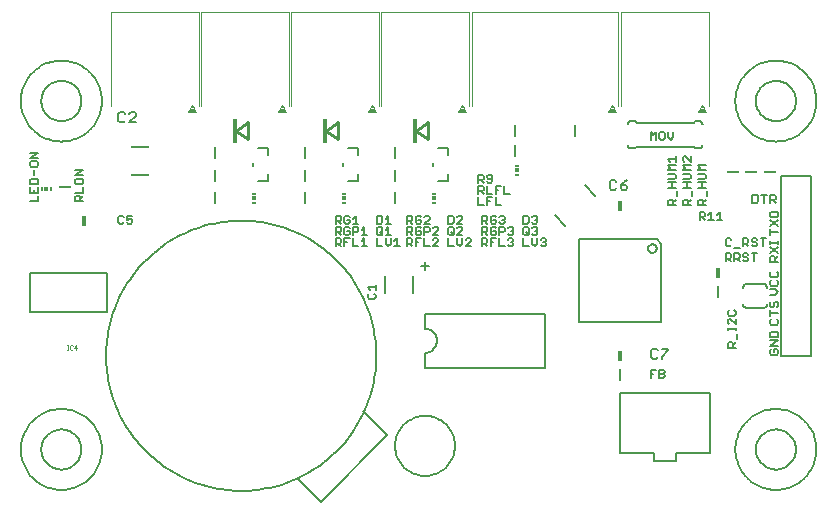
<source format=gto>
G75*
G70*
%OFA0B0*%
%FSLAX24Y24*%
%IPPOS*%
%LPD*%
%AMOC8*
5,1,8,0,0,1.08239X$1,22.5*
%
%ADD10C,0.0080*%
%ADD11C,0.0060*%
%ADD12C,0.0050*%
%ADD13R,0.0110X0.0390*%
%ADD14C,0.0100*%
%ADD15R,0.0118X0.0827*%
%ADD16R,0.0125X0.0375*%
%ADD17R,0.0063X0.0625*%
%ADD18R,0.0390X0.0110*%
%ADD19R,0.0118X0.0059*%
%ADD20R,0.0118X0.0118*%
%ADD21R,0.0059X0.0118*%
%ADD22C,0.0010*%
%ADD23C,0.0040*%
%ADD24R,0.0625X0.0063*%
D10*
X001349Y003954D02*
X001351Y004005D01*
X001357Y004056D01*
X001367Y004106D01*
X001380Y004156D01*
X001398Y004204D01*
X001418Y004251D01*
X001443Y004296D01*
X001471Y004339D01*
X001502Y004380D01*
X001536Y004418D01*
X001573Y004453D01*
X001612Y004486D01*
X001654Y004516D01*
X001698Y004542D01*
X001744Y004564D01*
X001792Y004584D01*
X001841Y004599D01*
X001891Y004611D01*
X001941Y004619D01*
X001992Y004623D01*
X002044Y004623D01*
X002095Y004619D01*
X002145Y004611D01*
X002195Y004599D01*
X002244Y004584D01*
X002292Y004564D01*
X002338Y004542D01*
X002382Y004516D01*
X002424Y004486D01*
X002463Y004453D01*
X002500Y004418D01*
X002534Y004380D01*
X002565Y004339D01*
X002593Y004296D01*
X002618Y004251D01*
X002638Y004204D01*
X002656Y004156D01*
X002669Y004106D01*
X002679Y004056D01*
X002685Y004005D01*
X002687Y003954D01*
X002685Y003903D01*
X002679Y003852D01*
X002669Y003802D01*
X002656Y003752D01*
X002638Y003704D01*
X002618Y003657D01*
X002593Y003612D01*
X002565Y003569D01*
X002534Y003528D01*
X002500Y003490D01*
X002463Y003455D01*
X002424Y003422D01*
X002382Y003392D01*
X002338Y003366D01*
X002292Y003344D01*
X002244Y003324D01*
X002195Y003309D01*
X002145Y003297D01*
X002095Y003289D01*
X002044Y003285D01*
X001992Y003285D01*
X001941Y003289D01*
X001891Y003297D01*
X001841Y003309D01*
X001792Y003324D01*
X001744Y003344D01*
X001698Y003366D01*
X001654Y003392D01*
X001612Y003422D01*
X001573Y003455D01*
X001536Y003490D01*
X001502Y003528D01*
X001471Y003569D01*
X001443Y003612D01*
X001418Y003657D01*
X001398Y003704D01*
X001380Y003752D01*
X001367Y003802D01*
X001357Y003852D01*
X001351Y003903D01*
X001349Y003954D01*
X000975Y008551D02*
X003555Y008551D01*
X003555Y009851D01*
X000975Y009851D01*
X000975Y008551D01*
X001349Y015568D02*
X001351Y015619D01*
X001357Y015670D01*
X001367Y015720D01*
X001380Y015770D01*
X001398Y015818D01*
X001418Y015865D01*
X001443Y015910D01*
X001471Y015953D01*
X001502Y015994D01*
X001536Y016032D01*
X001573Y016067D01*
X001612Y016100D01*
X001654Y016130D01*
X001698Y016156D01*
X001744Y016178D01*
X001792Y016198D01*
X001841Y016213D01*
X001891Y016225D01*
X001941Y016233D01*
X001992Y016237D01*
X002044Y016237D01*
X002095Y016233D01*
X002145Y016225D01*
X002195Y016213D01*
X002244Y016198D01*
X002292Y016178D01*
X002338Y016156D01*
X002382Y016130D01*
X002424Y016100D01*
X002463Y016067D01*
X002500Y016032D01*
X002534Y015994D01*
X002565Y015953D01*
X002593Y015910D01*
X002618Y015865D01*
X002638Y015818D01*
X002656Y015770D01*
X002669Y015720D01*
X002679Y015670D01*
X002685Y015619D01*
X002687Y015568D01*
X002685Y015517D01*
X002679Y015466D01*
X002669Y015416D01*
X002656Y015366D01*
X002638Y015318D01*
X002618Y015271D01*
X002593Y015226D01*
X002565Y015183D01*
X002534Y015142D01*
X002500Y015104D01*
X002463Y015069D01*
X002424Y015036D01*
X002382Y015006D01*
X002338Y014980D01*
X002292Y014958D01*
X002244Y014938D01*
X002195Y014923D01*
X002145Y014911D01*
X002095Y014903D01*
X002044Y014899D01*
X001992Y014899D01*
X001941Y014903D01*
X001891Y014911D01*
X001841Y014923D01*
X001792Y014938D01*
X001744Y014958D01*
X001698Y014980D01*
X001654Y015006D01*
X001612Y015036D01*
X001573Y015069D01*
X001536Y015104D01*
X001502Y015142D01*
X001471Y015183D01*
X001443Y015226D01*
X001418Y015271D01*
X001398Y015318D01*
X001380Y015366D01*
X001367Y015416D01*
X001357Y015466D01*
X001351Y015517D01*
X001349Y015568D01*
X014015Y010076D02*
X014265Y010076D01*
X014140Y010201D02*
X014140Y009951D01*
X018458Y011755D02*
X018820Y011394D01*
X019822Y012396D02*
X019460Y012758D01*
X024825Y009469D02*
X025455Y009469D01*
X025471Y009464D01*
X025487Y009456D01*
X025501Y009446D01*
X025513Y009434D01*
X025523Y009419D01*
X025530Y009403D01*
X025534Y009386D01*
X025535Y009369D01*
X025533Y009351D01*
X024825Y009469D02*
X024809Y009464D01*
X024793Y009456D01*
X024779Y009446D01*
X024767Y009434D01*
X024757Y009419D01*
X024750Y009403D01*
X024746Y009386D01*
X024745Y009369D01*
X024747Y009351D01*
X024747Y008800D02*
X024745Y008782D01*
X024746Y008765D01*
X024750Y008748D01*
X024757Y008732D01*
X024767Y008717D01*
X024779Y008705D01*
X024793Y008695D01*
X024809Y008687D01*
X024825Y008682D01*
X025455Y008682D01*
X025471Y008687D01*
X025487Y008695D01*
X025501Y008705D01*
X025513Y008717D01*
X025523Y008732D01*
X025530Y008748D01*
X025534Y008765D01*
X025535Y008782D01*
X025533Y008800D01*
X025168Y003954D02*
X025170Y004005D01*
X025176Y004056D01*
X025186Y004106D01*
X025199Y004156D01*
X025217Y004204D01*
X025237Y004251D01*
X025262Y004296D01*
X025290Y004339D01*
X025321Y004380D01*
X025355Y004418D01*
X025392Y004453D01*
X025431Y004486D01*
X025473Y004516D01*
X025517Y004542D01*
X025563Y004564D01*
X025611Y004584D01*
X025660Y004599D01*
X025710Y004611D01*
X025760Y004619D01*
X025811Y004623D01*
X025863Y004623D01*
X025914Y004619D01*
X025964Y004611D01*
X026014Y004599D01*
X026063Y004584D01*
X026111Y004564D01*
X026157Y004542D01*
X026201Y004516D01*
X026243Y004486D01*
X026282Y004453D01*
X026319Y004418D01*
X026353Y004380D01*
X026384Y004339D01*
X026412Y004296D01*
X026437Y004251D01*
X026457Y004204D01*
X026475Y004156D01*
X026488Y004106D01*
X026498Y004056D01*
X026504Y004005D01*
X026506Y003954D01*
X026504Y003903D01*
X026498Y003852D01*
X026488Y003802D01*
X026475Y003752D01*
X026457Y003704D01*
X026437Y003657D01*
X026412Y003612D01*
X026384Y003569D01*
X026353Y003528D01*
X026319Y003490D01*
X026282Y003455D01*
X026243Y003422D01*
X026201Y003392D01*
X026157Y003366D01*
X026111Y003344D01*
X026063Y003324D01*
X026014Y003309D01*
X025964Y003297D01*
X025914Y003289D01*
X025863Y003285D01*
X025811Y003285D01*
X025760Y003289D01*
X025710Y003297D01*
X025660Y003309D01*
X025611Y003324D01*
X025563Y003344D01*
X025517Y003366D01*
X025473Y003392D01*
X025431Y003422D01*
X025392Y003455D01*
X025355Y003490D01*
X025321Y003528D01*
X025290Y003569D01*
X025262Y003612D01*
X025237Y003657D01*
X025217Y003704D01*
X025199Y003752D01*
X025186Y003802D01*
X025176Y003852D01*
X025170Y003903D01*
X025168Y003954D01*
X025168Y015568D02*
X025170Y015619D01*
X025176Y015670D01*
X025186Y015720D01*
X025199Y015770D01*
X025217Y015818D01*
X025237Y015865D01*
X025262Y015910D01*
X025290Y015953D01*
X025321Y015994D01*
X025355Y016032D01*
X025392Y016067D01*
X025431Y016100D01*
X025473Y016130D01*
X025517Y016156D01*
X025563Y016178D01*
X025611Y016198D01*
X025660Y016213D01*
X025710Y016225D01*
X025760Y016233D01*
X025811Y016237D01*
X025863Y016237D01*
X025914Y016233D01*
X025964Y016225D01*
X026014Y016213D01*
X026063Y016198D01*
X026111Y016178D01*
X026157Y016156D01*
X026201Y016130D01*
X026243Y016100D01*
X026282Y016067D01*
X026319Y016032D01*
X026353Y015994D01*
X026384Y015953D01*
X026412Y015910D01*
X026437Y015865D01*
X026457Y015818D01*
X026475Y015770D01*
X026488Y015720D01*
X026498Y015670D01*
X026504Y015619D01*
X026506Y015568D01*
X026504Y015517D01*
X026498Y015466D01*
X026488Y015416D01*
X026475Y015366D01*
X026457Y015318D01*
X026437Y015271D01*
X026412Y015226D01*
X026384Y015183D01*
X026353Y015142D01*
X026319Y015104D01*
X026282Y015069D01*
X026243Y015036D01*
X026201Y015006D01*
X026157Y014980D01*
X026111Y014958D01*
X026063Y014938D01*
X026014Y014923D01*
X025964Y014911D01*
X025914Y014903D01*
X025863Y014899D01*
X025811Y014899D01*
X025760Y014903D01*
X025710Y014911D01*
X025660Y014923D01*
X025611Y014938D01*
X025563Y014958D01*
X025517Y014980D01*
X025473Y015006D01*
X025431Y015036D01*
X025392Y015069D01*
X025355Y015104D01*
X025321Y015142D01*
X025290Y015183D01*
X025262Y015226D01*
X025237Y015271D01*
X025217Y015318D01*
X025199Y015366D01*
X025186Y015416D01*
X025176Y015466D01*
X025170Y015517D01*
X025168Y015568D01*
D11*
X024487Y015568D02*
X024489Y015641D01*
X024495Y015714D01*
X024505Y015786D01*
X024519Y015858D01*
X024536Y015929D01*
X024558Y015999D01*
X024583Y016068D01*
X024612Y016135D01*
X024644Y016200D01*
X024680Y016264D01*
X024720Y016326D01*
X024762Y016385D01*
X024808Y016442D01*
X024857Y016496D01*
X024909Y016548D01*
X024963Y016597D01*
X025020Y016643D01*
X025079Y016685D01*
X025141Y016725D01*
X025205Y016761D01*
X025270Y016793D01*
X025337Y016822D01*
X025406Y016847D01*
X025476Y016869D01*
X025547Y016886D01*
X025619Y016900D01*
X025691Y016910D01*
X025764Y016916D01*
X025837Y016918D01*
X025910Y016916D01*
X025983Y016910D01*
X026055Y016900D01*
X026127Y016886D01*
X026198Y016869D01*
X026268Y016847D01*
X026337Y016822D01*
X026404Y016793D01*
X026469Y016761D01*
X026533Y016725D01*
X026595Y016685D01*
X026654Y016643D01*
X026711Y016597D01*
X026765Y016548D01*
X026817Y016496D01*
X026866Y016442D01*
X026912Y016385D01*
X026954Y016326D01*
X026994Y016264D01*
X027030Y016200D01*
X027062Y016135D01*
X027091Y016068D01*
X027116Y015999D01*
X027138Y015929D01*
X027155Y015858D01*
X027169Y015786D01*
X027179Y015714D01*
X027185Y015641D01*
X027187Y015568D01*
X027185Y015495D01*
X027179Y015422D01*
X027169Y015350D01*
X027155Y015278D01*
X027138Y015207D01*
X027116Y015137D01*
X027091Y015068D01*
X027062Y015001D01*
X027030Y014936D01*
X026994Y014872D01*
X026954Y014810D01*
X026912Y014751D01*
X026866Y014694D01*
X026817Y014640D01*
X026765Y014588D01*
X026711Y014539D01*
X026654Y014493D01*
X026595Y014451D01*
X026533Y014411D01*
X026469Y014375D01*
X026404Y014343D01*
X026337Y014314D01*
X026268Y014289D01*
X026198Y014267D01*
X026127Y014250D01*
X026055Y014236D01*
X025983Y014226D01*
X025910Y014220D01*
X025837Y014218D01*
X025764Y014220D01*
X025691Y014226D01*
X025619Y014236D01*
X025547Y014250D01*
X025476Y014267D01*
X025406Y014289D01*
X025337Y014314D01*
X025270Y014343D01*
X025205Y014375D01*
X025141Y014411D01*
X025079Y014451D01*
X025020Y014493D01*
X024963Y014539D01*
X024909Y014588D01*
X024857Y014640D01*
X024808Y014694D01*
X024762Y014751D01*
X024720Y014810D01*
X024680Y014872D01*
X024644Y014936D01*
X024612Y015001D01*
X024583Y015068D01*
X024558Y015137D01*
X024536Y015207D01*
X024519Y015278D01*
X024505Y015350D01*
X024495Y015422D01*
X024489Y015495D01*
X024487Y015568D01*
X023290Y014901D02*
X023140Y014901D01*
X023090Y014851D01*
X021190Y014851D01*
X021140Y014901D01*
X020990Y014901D01*
X020973Y014899D01*
X020956Y014895D01*
X020940Y014888D01*
X020926Y014878D01*
X020913Y014865D01*
X020903Y014851D01*
X020896Y014835D01*
X020892Y014818D01*
X020890Y014801D01*
X020890Y014101D02*
X020892Y014084D01*
X020896Y014067D01*
X020903Y014051D01*
X020913Y014037D01*
X020926Y014024D01*
X020940Y014014D01*
X020956Y014007D01*
X020973Y014003D01*
X020990Y014001D01*
X021140Y014001D01*
X021190Y014051D01*
X023090Y014051D01*
X023140Y014001D01*
X023290Y014001D01*
X023307Y014003D01*
X023324Y014007D01*
X023340Y014014D01*
X023354Y014024D01*
X023367Y014037D01*
X023377Y014051D01*
X023384Y014067D01*
X023388Y014084D01*
X023390Y014101D01*
X023390Y014801D02*
X023388Y014818D01*
X023384Y014835D01*
X023377Y014851D01*
X023367Y014865D01*
X023354Y014878D01*
X023340Y014888D01*
X023324Y014895D01*
X023307Y014899D01*
X023290Y014901D01*
X020880Y012940D02*
X020769Y012884D01*
X020658Y012773D01*
X020825Y012773D01*
X020880Y012717D01*
X020880Y012661D01*
X020825Y012606D01*
X020713Y012606D01*
X020658Y012661D01*
X020658Y012773D01*
X020518Y012884D02*
X020462Y012940D01*
X020351Y012940D01*
X020295Y012884D01*
X020295Y012661D01*
X020351Y012606D01*
X020462Y012606D01*
X020518Y012661D01*
X019260Y010956D02*
X021880Y010956D01*
X022020Y010816D01*
X022020Y008196D01*
X019260Y008196D01*
X019260Y010956D01*
X021579Y010656D02*
X021581Y010679D01*
X021587Y010702D01*
X021596Y010723D01*
X021609Y010743D01*
X021625Y010760D01*
X021643Y010774D01*
X021663Y010785D01*
X021685Y010793D01*
X021708Y010797D01*
X021732Y010797D01*
X021755Y010793D01*
X021777Y010785D01*
X021797Y010774D01*
X021815Y010760D01*
X021831Y010743D01*
X021844Y010723D01*
X021853Y010702D01*
X021859Y010679D01*
X021861Y010656D01*
X021859Y010633D01*
X021853Y010610D01*
X021844Y010589D01*
X021831Y010569D01*
X021815Y010552D01*
X021797Y010538D01*
X021777Y010527D01*
X021755Y010519D01*
X021732Y010515D01*
X021708Y010515D01*
X021685Y010519D01*
X021663Y010527D01*
X021643Y010538D01*
X021625Y010552D01*
X021609Y010569D01*
X021596Y010589D01*
X021587Y010610D01*
X021581Y010633D01*
X021579Y010656D01*
X018140Y008476D02*
X018140Y006676D01*
X014140Y006676D01*
X014140Y007176D01*
X014179Y007178D01*
X014218Y007184D01*
X014256Y007193D01*
X014293Y007206D01*
X014329Y007223D01*
X014362Y007243D01*
X014394Y007267D01*
X014423Y007293D01*
X014449Y007322D01*
X014473Y007354D01*
X014493Y007387D01*
X014510Y007423D01*
X014523Y007460D01*
X014532Y007498D01*
X014538Y007537D01*
X014540Y007576D01*
X014538Y007615D01*
X014532Y007654D01*
X014523Y007692D01*
X014510Y007729D01*
X014493Y007765D01*
X014473Y007798D01*
X014449Y007830D01*
X014423Y007859D01*
X014394Y007885D01*
X014362Y007909D01*
X014329Y007929D01*
X014293Y007946D01*
X014256Y007959D01*
X014218Y007968D01*
X014179Y007974D01*
X014140Y007976D01*
X014140Y008476D01*
X018140Y008476D01*
X021670Y007259D02*
X021670Y007036D01*
X021726Y006981D01*
X021837Y006981D01*
X021893Y007036D01*
X022033Y007036D02*
X022255Y007259D01*
X022255Y007315D01*
X022033Y007315D01*
X021893Y007259D02*
X021837Y007315D01*
X021726Y007315D01*
X021670Y007259D01*
X022033Y007036D02*
X022033Y006981D01*
X024487Y003954D02*
X024489Y004027D01*
X024495Y004100D01*
X024505Y004172D01*
X024519Y004244D01*
X024536Y004315D01*
X024558Y004385D01*
X024583Y004454D01*
X024612Y004521D01*
X024644Y004586D01*
X024680Y004650D01*
X024720Y004712D01*
X024762Y004771D01*
X024808Y004828D01*
X024857Y004882D01*
X024909Y004934D01*
X024963Y004983D01*
X025020Y005029D01*
X025079Y005071D01*
X025141Y005111D01*
X025205Y005147D01*
X025270Y005179D01*
X025337Y005208D01*
X025406Y005233D01*
X025476Y005255D01*
X025547Y005272D01*
X025619Y005286D01*
X025691Y005296D01*
X025764Y005302D01*
X025837Y005304D01*
X025910Y005302D01*
X025983Y005296D01*
X026055Y005286D01*
X026127Y005272D01*
X026198Y005255D01*
X026268Y005233D01*
X026337Y005208D01*
X026404Y005179D01*
X026469Y005147D01*
X026533Y005111D01*
X026595Y005071D01*
X026654Y005029D01*
X026711Y004983D01*
X026765Y004934D01*
X026817Y004882D01*
X026866Y004828D01*
X026912Y004771D01*
X026954Y004712D01*
X026994Y004650D01*
X027030Y004586D01*
X027062Y004521D01*
X027091Y004454D01*
X027116Y004385D01*
X027138Y004315D01*
X027155Y004244D01*
X027169Y004172D01*
X027179Y004100D01*
X027185Y004027D01*
X027187Y003954D01*
X027185Y003881D01*
X027179Y003808D01*
X027169Y003736D01*
X027155Y003664D01*
X027138Y003593D01*
X027116Y003523D01*
X027091Y003454D01*
X027062Y003387D01*
X027030Y003322D01*
X026994Y003258D01*
X026954Y003196D01*
X026912Y003137D01*
X026866Y003080D01*
X026817Y003026D01*
X026765Y002974D01*
X026711Y002925D01*
X026654Y002879D01*
X026595Y002837D01*
X026533Y002797D01*
X026469Y002761D01*
X026404Y002729D01*
X026337Y002700D01*
X026268Y002675D01*
X026198Y002653D01*
X026127Y002636D01*
X026055Y002622D01*
X025983Y002612D01*
X025910Y002606D01*
X025837Y002604D01*
X025764Y002606D01*
X025691Y002612D01*
X025619Y002622D01*
X025547Y002636D01*
X025476Y002653D01*
X025406Y002675D01*
X025337Y002700D01*
X025270Y002729D01*
X025205Y002761D01*
X025141Y002797D01*
X025079Y002837D01*
X025020Y002879D01*
X024963Y002925D01*
X024909Y002974D01*
X024857Y003026D01*
X024808Y003080D01*
X024762Y003137D01*
X024720Y003196D01*
X024680Y003258D01*
X024644Y003322D01*
X024612Y003387D01*
X024583Y003454D01*
X024558Y003523D01*
X024536Y003593D01*
X024519Y003664D01*
X024505Y003736D01*
X024495Y003808D01*
X024489Y003881D01*
X024487Y003954D01*
X014890Y012888D02*
X014578Y012888D01*
X014890Y012888D02*
X014890Y013138D01*
X014390Y013388D02*
X014390Y013513D01*
X014578Y014013D02*
X014890Y014013D01*
X014890Y013763D01*
X011890Y013763D02*
X011890Y014013D01*
X011578Y014013D01*
X011390Y013513D02*
X011390Y013388D01*
X011890Y013138D02*
X011890Y012888D01*
X011578Y012888D01*
X008890Y012888D02*
X008890Y013138D01*
X008890Y012888D02*
X008578Y012888D01*
X008390Y013388D02*
X008390Y013513D01*
X008578Y014013D02*
X008890Y014013D01*
X008890Y013763D01*
X004515Y014856D02*
X004288Y014856D01*
X004515Y015082D01*
X004515Y015139D01*
X004458Y015196D01*
X004345Y015196D01*
X004288Y015139D01*
X004147Y015139D02*
X004090Y015196D01*
X003977Y015196D01*
X003920Y015139D01*
X003920Y014912D01*
X003977Y014856D01*
X004090Y014856D01*
X004147Y014912D01*
X000668Y015568D02*
X000670Y015641D01*
X000676Y015714D01*
X000686Y015786D01*
X000700Y015858D01*
X000717Y015929D01*
X000739Y015999D01*
X000764Y016068D01*
X000793Y016135D01*
X000825Y016200D01*
X000861Y016264D01*
X000901Y016326D01*
X000943Y016385D01*
X000989Y016442D01*
X001038Y016496D01*
X001090Y016548D01*
X001144Y016597D01*
X001201Y016643D01*
X001260Y016685D01*
X001322Y016725D01*
X001386Y016761D01*
X001451Y016793D01*
X001518Y016822D01*
X001587Y016847D01*
X001657Y016869D01*
X001728Y016886D01*
X001800Y016900D01*
X001872Y016910D01*
X001945Y016916D01*
X002018Y016918D01*
X002091Y016916D01*
X002164Y016910D01*
X002236Y016900D01*
X002308Y016886D01*
X002379Y016869D01*
X002449Y016847D01*
X002518Y016822D01*
X002585Y016793D01*
X002650Y016761D01*
X002714Y016725D01*
X002776Y016685D01*
X002835Y016643D01*
X002892Y016597D01*
X002946Y016548D01*
X002998Y016496D01*
X003047Y016442D01*
X003093Y016385D01*
X003135Y016326D01*
X003175Y016264D01*
X003211Y016200D01*
X003243Y016135D01*
X003272Y016068D01*
X003297Y015999D01*
X003319Y015929D01*
X003336Y015858D01*
X003350Y015786D01*
X003360Y015714D01*
X003366Y015641D01*
X003368Y015568D01*
X003366Y015495D01*
X003360Y015422D01*
X003350Y015350D01*
X003336Y015278D01*
X003319Y015207D01*
X003297Y015137D01*
X003272Y015068D01*
X003243Y015001D01*
X003211Y014936D01*
X003175Y014872D01*
X003135Y014810D01*
X003093Y014751D01*
X003047Y014694D01*
X002998Y014640D01*
X002946Y014588D01*
X002892Y014539D01*
X002835Y014493D01*
X002776Y014451D01*
X002714Y014411D01*
X002650Y014375D01*
X002585Y014343D01*
X002518Y014314D01*
X002449Y014289D01*
X002379Y014267D01*
X002308Y014250D01*
X002236Y014236D01*
X002164Y014226D01*
X002091Y014220D01*
X002018Y014218D01*
X001945Y014220D01*
X001872Y014226D01*
X001800Y014236D01*
X001728Y014250D01*
X001657Y014267D01*
X001587Y014289D01*
X001518Y014314D01*
X001451Y014343D01*
X001386Y014375D01*
X001322Y014411D01*
X001260Y014451D01*
X001201Y014493D01*
X001144Y014539D01*
X001090Y014588D01*
X001038Y014640D01*
X000989Y014694D01*
X000943Y014751D01*
X000901Y014810D01*
X000861Y014872D01*
X000825Y014936D01*
X000793Y015001D01*
X000764Y015068D01*
X000739Y015137D01*
X000717Y015207D01*
X000700Y015278D01*
X000686Y015350D01*
X000676Y015422D01*
X000670Y015495D01*
X000668Y015568D01*
X000668Y003954D02*
X000670Y004027D01*
X000676Y004100D01*
X000686Y004172D01*
X000700Y004244D01*
X000717Y004315D01*
X000739Y004385D01*
X000764Y004454D01*
X000793Y004521D01*
X000825Y004586D01*
X000861Y004650D01*
X000901Y004712D01*
X000943Y004771D01*
X000989Y004828D01*
X001038Y004882D01*
X001090Y004934D01*
X001144Y004983D01*
X001201Y005029D01*
X001260Y005071D01*
X001322Y005111D01*
X001386Y005147D01*
X001451Y005179D01*
X001518Y005208D01*
X001587Y005233D01*
X001657Y005255D01*
X001728Y005272D01*
X001800Y005286D01*
X001872Y005296D01*
X001945Y005302D01*
X002018Y005304D01*
X002091Y005302D01*
X002164Y005296D01*
X002236Y005286D01*
X002308Y005272D01*
X002379Y005255D01*
X002449Y005233D01*
X002518Y005208D01*
X002585Y005179D01*
X002650Y005147D01*
X002714Y005111D01*
X002776Y005071D01*
X002835Y005029D01*
X002892Y004983D01*
X002946Y004934D01*
X002998Y004882D01*
X003047Y004828D01*
X003093Y004771D01*
X003135Y004712D01*
X003175Y004650D01*
X003211Y004586D01*
X003243Y004521D01*
X003272Y004454D01*
X003297Y004385D01*
X003319Y004315D01*
X003336Y004244D01*
X003350Y004172D01*
X003360Y004100D01*
X003366Y004027D01*
X003368Y003954D01*
X003366Y003881D01*
X003360Y003808D01*
X003350Y003736D01*
X003336Y003664D01*
X003319Y003593D01*
X003297Y003523D01*
X003272Y003454D01*
X003243Y003387D01*
X003211Y003322D01*
X003175Y003258D01*
X003135Y003196D01*
X003093Y003137D01*
X003047Y003080D01*
X002998Y003026D01*
X002946Y002974D01*
X002892Y002925D01*
X002835Y002879D01*
X002776Y002837D01*
X002714Y002797D01*
X002650Y002761D01*
X002585Y002729D01*
X002518Y002700D01*
X002449Y002675D01*
X002379Y002653D01*
X002308Y002636D01*
X002236Y002622D01*
X002164Y002612D01*
X002091Y002606D01*
X002018Y002604D01*
X001945Y002606D01*
X001872Y002612D01*
X001800Y002622D01*
X001728Y002636D01*
X001657Y002653D01*
X001587Y002675D01*
X001518Y002700D01*
X001451Y002729D01*
X001386Y002761D01*
X001322Y002797D01*
X001260Y002837D01*
X001201Y002879D01*
X001144Y002925D01*
X001090Y002974D01*
X001038Y003026D01*
X000989Y003080D01*
X000943Y003137D01*
X000901Y003196D01*
X000861Y003258D01*
X000825Y003322D01*
X000793Y003387D01*
X000764Y003454D01*
X000739Y003523D01*
X000717Y003593D01*
X000700Y003664D01*
X000686Y003736D01*
X000676Y003808D01*
X000670Y003881D01*
X000668Y003954D01*
D12*
X003515Y007076D02*
X003517Y007210D01*
X003523Y007344D01*
X003533Y007477D01*
X003547Y007611D01*
X003565Y007744D01*
X003587Y007876D01*
X003612Y008007D01*
X003642Y008138D01*
X003676Y008268D01*
X003713Y008396D01*
X003754Y008524D01*
X003799Y008650D01*
X003848Y008775D01*
X003900Y008898D01*
X003956Y009020D01*
X004016Y009140D01*
X004079Y009258D01*
X004146Y009374D01*
X004216Y009488D01*
X004290Y009600D01*
X004367Y009710D01*
X004447Y009818D01*
X004530Y009923D01*
X004616Y010025D01*
X004705Y010125D01*
X004798Y010222D01*
X004893Y010317D01*
X004991Y010408D01*
X005091Y010497D01*
X005194Y010582D01*
X005300Y010665D01*
X005408Y010744D01*
X005518Y010820D01*
X005631Y010893D01*
X005746Y010962D01*
X005862Y011028D01*
X005981Y011090D01*
X006101Y011149D01*
X006224Y011204D01*
X006347Y011256D01*
X006472Y011303D01*
X006599Y011347D01*
X006727Y011388D01*
X006856Y011424D01*
X006986Y011457D01*
X007117Y011485D01*
X007248Y011510D01*
X007381Y011531D01*
X007514Y011548D01*
X007647Y011561D01*
X007781Y011570D01*
X007915Y011575D01*
X008049Y011576D01*
X008182Y011573D01*
X008316Y011566D01*
X008450Y011555D01*
X008583Y011540D01*
X008716Y011521D01*
X008848Y011498D01*
X008979Y011472D01*
X009109Y011441D01*
X009239Y011406D01*
X009367Y011368D01*
X009494Y011326D01*
X009620Y011280D01*
X009745Y011230D01*
X009868Y011177D01*
X009989Y011120D01*
X010109Y011059D01*
X010226Y010995D01*
X010342Y010928D01*
X010456Y010857D01*
X010567Y010782D01*
X010676Y010705D01*
X010783Y010624D01*
X010888Y010540D01*
X010989Y010453D01*
X011089Y010363D01*
X011185Y010270D01*
X011279Y010174D01*
X011370Y010075D01*
X011457Y009974D01*
X011542Y009870D01*
X011624Y009764D01*
X011702Y009656D01*
X011777Y009545D01*
X011849Y009432D01*
X011918Y009316D01*
X011983Y009199D01*
X012044Y009080D01*
X012102Y008959D01*
X012156Y008837D01*
X012207Y008713D01*
X012254Y008587D01*
X012297Y008460D01*
X012336Y008332D01*
X012372Y008203D01*
X012403Y008073D01*
X012431Y007942D01*
X012455Y007810D01*
X012475Y007677D01*
X012491Y007544D01*
X012503Y007411D01*
X012511Y007277D01*
X012515Y007143D01*
X012515Y007009D01*
X012511Y006875D01*
X012503Y006741D01*
X012491Y006608D01*
X012475Y006475D01*
X012455Y006342D01*
X012431Y006210D01*
X012403Y006079D01*
X012372Y005949D01*
X012336Y005820D01*
X012297Y005692D01*
X012254Y005565D01*
X012207Y005439D01*
X012156Y005315D01*
X012102Y005193D01*
X012044Y005072D01*
X011983Y004953D01*
X011918Y004836D01*
X011849Y004720D01*
X011777Y004607D01*
X011702Y004496D01*
X011624Y004388D01*
X011542Y004282D01*
X011457Y004178D01*
X011370Y004077D01*
X011279Y003978D01*
X011185Y003882D01*
X011089Y003789D01*
X010989Y003699D01*
X010888Y003612D01*
X010783Y003528D01*
X010676Y003447D01*
X010567Y003370D01*
X010456Y003295D01*
X010342Y003224D01*
X010226Y003157D01*
X010109Y003093D01*
X009989Y003032D01*
X009868Y002975D01*
X009745Y002922D01*
X009620Y002872D01*
X009494Y002826D01*
X009367Y002784D01*
X009239Y002746D01*
X009109Y002711D01*
X008979Y002680D01*
X008848Y002654D01*
X008716Y002631D01*
X008583Y002612D01*
X008450Y002597D01*
X008316Y002586D01*
X008182Y002579D01*
X008049Y002576D01*
X007915Y002577D01*
X007781Y002582D01*
X007647Y002591D01*
X007514Y002604D01*
X007381Y002621D01*
X007248Y002642D01*
X007117Y002667D01*
X006986Y002695D01*
X006856Y002728D01*
X006727Y002764D01*
X006599Y002805D01*
X006472Y002849D01*
X006347Y002896D01*
X006224Y002948D01*
X006101Y003003D01*
X005981Y003062D01*
X005862Y003124D01*
X005746Y003190D01*
X005631Y003259D01*
X005518Y003332D01*
X005408Y003408D01*
X005300Y003487D01*
X005194Y003570D01*
X005091Y003655D01*
X004991Y003744D01*
X004893Y003835D01*
X004798Y003930D01*
X004705Y004027D01*
X004616Y004127D01*
X004530Y004229D01*
X004447Y004334D01*
X004367Y004442D01*
X004290Y004552D01*
X004216Y004664D01*
X004146Y004778D01*
X004079Y004894D01*
X004016Y005012D01*
X003956Y005132D01*
X003900Y005254D01*
X003848Y005377D01*
X003799Y005502D01*
X003754Y005628D01*
X003713Y005756D01*
X003676Y005884D01*
X003642Y006014D01*
X003612Y006145D01*
X003587Y006276D01*
X003565Y006408D01*
X003547Y006541D01*
X003533Y006675D01*
X003523Y006808D01*
X003517Y006942D01*
X003515Y007076D01*
X009862Y003001D02*
X010660Y002204D01*
X012887Y004431D01*
X012089Y005228D01*
X013140Y004076D02*
X013142Y004139D01*
X013148Y004201D01*
X013158Y004263D01*
X013171Y004325D01*
X013189Y004385D01*
X013210Y004444D01*
X013235Y004502D01*
X013264Y004558D01*
X013296Y004612D01*
X013331Y004664D01*
X013369Y004713D01*
X013411Y004761D01*
X013455Y004805D01*
X013503Y004847D01*
X013552Y004885D01*
X013604Y004920D01*
X013658Y004952D01*
X013714Y004981D01*
X013772Y005006D01*
X013831Y005027D01*
X013891Y005045D01*
X013953Y005058D01*
X014015Y005068D01*
X014077Y005074D01*
X014140Y005076D01*
X014203Y005074D01*
X014265Y005068D01*
X014327Y005058D01*
X014389Y005045D01*
X014449Y005027D01*
X014508Y005006D01*
X014566Y004981D01*
X014622Y004952D01*
X014676Y004920D01*
X014728Y004885D01*
X014777Y004847D01*
X014825Y004805D01*
X014869Y004761D01*
X014911Y004713D01*
X014949Y004664D01*
X014984Y004612D01*
X015016Y004558D01*
X015045Y004502D01*
X015070Y004444D01*
X015091Y004385D01*
X015109Y004325D01*
X015122Y004263D01*
X015132Y004201D01*
X015138Y004139D01*
X015140Y004076D01*
X015138Y004013D01*
X015132Y003951D01*
X015122Y003889D01*
X015109Y003827D01*
X015091Y003767D01*
X015070Y003708D01*
X015045Y003650D01*
X015016Y003594D01*
X014984Y003540D01*
X014949Y003488D01*
X014911Y003439D01*
X014869Y003391D01*
X014825Y003347D01*
X014777Y003305D01*
X014728Y003267D01*
X014676Y003232D01*
X014622Y003200D01*
X014566Y003171D01*
X014508Y003146D01*
X014449Y003125D01*
X014389Y003107D01*
X014327Y003094D01*
X014265Y003084D01*
X014203Y003078D01*
X014140Y003076D01*
X014077Y003078D01*
X014015Y003084D01*
X013953Y003094D01*
X013891Y003107D01*
X013831Y003125D01*
X013772Y003146D01*
X013714Y003171D01*
X013658Y003200D01*
X013604Y003232D01*
X013552Y003267D01*
X013503Y003305D01*
X013455Y003347D01*
X013411Y003391D01*
X013369Y003439D01*
X013331Y003488D01*
X013296Y003540D01*
X013264Y003594D01*
X013235Y003650D01*
X013210Y003708D01*
X013189Y003767D01*
X013171Y003827D01*
X013158Y003889D01*
X013148Y003951D01*
X013142Y004013D01*
X013140Y004076D01*
X012446Y008976D02*
X012269Y008976D01*
X012225Y009020D01*
X012225Y009108D01*
X012269Y009152D01*
X012313Y009266D02*
X012225Y009354D01*
X012490Y009354D01*
X012490Y009266D02*
X012490Y009442D01*
X012446Y009152D02*
X012490Y009108D01*
X012490Y009020D01*
X012446Y008976D01*
X012540Y010726D02*
X012717Y010726D01*
X012830Y010814D02*
X012918Y010726D01*
X013007Y010814D01*
X013007Y010991D01*
X013007Y011101D02*
X012830Y011101D01*
X012918Y011101D02*
X012918Y011366D01*
X012830Y011277D01*
X012717Y011322D02*
X012717Y011145D01*
X012673Y011101D01*
X012584Y011101D01*
X012540Y011145D01*
X012540Y011322D01*
X012584Y011366D01*
X012673Y011366D01*
X012717Y011322D01*
X012628Y011189D02*
X012717Y011101D01*
X012830Y010991D02*
X012830Y010814D01*
X012540Y010726D02*
X012540Y010991D01*
X012212Y011101D02*
X012035Y011101D01*
X012123Y011101D02*
X012123Y011366D01*
X012035Y011277D01*
X011922Y011233D02*
X011878Y011189D01*
X011745Y011189D01*
X011745Y011101D02*
X011745Y011366D01*
X011878Y011366D01*
X011922Y011322D01*
X011922Y011233D01*
X011922Y011476D02*
X011745Y011476D01*
X011833Y011476D02*
X011833Y011741D01*
X011745Y011652D01*
X011632Y011608D02*
X011543Y011608D01*
X011632Y011608D02*
X011632Y011520D01*
X011588Y011476D01*
X011499Y011476D01*
X011455Y011520D01*
X011455Y011697D01*
X011499Y011741D01*
X011588Y011741D01*
X011632Y011697D01*
X011342Y011697D02*
X011342Y011608D01*
X011298Y011564D01*
X011165Y011564D01*
X011253Y011564D02*
X011342Y011476D01*
X011298Y011366D02*
X011165Y011366D01*
X011165Y011101D01*
X011165Y011189D02*
X011298Y011189D01*
X011342Y011233D01*
X011342Y011322D01*
X011298Y011366D01*
X011455Y011322D02*
X011455Y011145D01*
X011499Y011101D01*
X011588Y011101D01*
X011632Y011145D01*
X011632Y011233D01*
X011543Y011233D01*
X011455Y011322D02*
X011499Y011366D01*
X011588Y011366D01*
X011632Y011322D01*
X011342Y011101D02*
X011253Y011189D01*
X011298Y010991D02*
X011165Y010991D01*
X011165Y010726D01*
X011165Y010814D02*
X011298Y010814D01*
X011342Y010858D01*
X011342Y010947D01*
X011298Y010991D01*
X011455Y010991D02*
X011632Y010991D01*
X011745Y010991D02*
X011745Y010726D01*
X011922Y010726D01*
X012035Y010726D02*
X012212Y010726D01*
X012123Y010726D02*
X012123Y010991D01*
X012035Y010902D01*
X011543Y010858D02*
X011455Y010858D01*
X011455Y010726D02*
X011455Y010991D01*
X011253Y010814D02*
X011342Y010726D01*
X011165Y011476D02*
X011165Y011741D01*
X011298Y011741D01*
X011342Y011697D01*
X012540Y011741D02*
X012540Y011476D01*
X012673Y011476D01*
X012717Y011520D01*
X012717Y011697D01*
X012673Y011741D01*
X012540Y011741D01*
X012830Y011652D02*
X012918Y011741D01*
X012918Y011476D01*
X012830Y011476D02*
X013007Y011476D01*
X013540Y011476D02*
X013540Y011741D01*
X013673Y011741D01*
X013717Y011697D01*
X013717Y011608D01*
X013673Y011564D01*
X013540Y011564D01*
X013628Y011564D02*
X013717Y011476D01*
X013673Y011366D02*
X013717Y011322D01*
X013717Y011233D01*
X013673Y011189D01*
X013540Y011189D01*
X013628Y011189D02*
X013717Y011101D01*
X013673Y010991D02*
X013717Y010947D01*
X013717Y010858D01*
X013673Y010814D01*
X013540Y010814D01*
X013628Y010814D02*
X013717Y010726D01*
X013830Y010726D02*
X013830Y010991D01*
X014007Y010991D01*
X014120Y010991D02*
X014120Y010726D01*
X014297Y010726D01*
X014410Y010726D02*
X014587Y010902D01*
X014587Y010947D01*
X014543Y010991D01*
X014454Y010991D01*
X014410Y010947D01*
X014410Y011101D02*
X014587Y011277D01*
X014587Y011322D01*
X014543Y011366D01*
X014454Y011366D01*
X014410Y011322D01*
X014297Y011322D02*
X014297Y011233D01*
X014253Y011189D01*
X014120Y011189D01*
X014120Y011101D02*
X014120Y011366D01*
X014253Y011366D01*
X014297Y011322D01*
X014297Y011476D02*
X014120Y011476D01*
X014297Y011652D01*
X014297Y011697D01*
X014253Y011741D01*
X014164Y011741D01*
X014120Y011697D01*
X014007Y011697D02*
X013963Y011741D01*
X013874Y011741D01*
X013830Y011697D01*
X013830Y011520D01*
X013874Y011476D01*
X013963Y011476D01*
X014007Y011520D01*
X014007Y011608D01*
X013918Y011608D01*
X013874Y011366D02*
X013830Y011322D01*
X013830Y011145D01*
X013874Y011101D01*
X013963Y011101D01*
X014007Y011145D01*
X014007Y011233D01*
X013918Y011233D01*
X014007Y011322D02*
X013963Y011366D01*
X013874Y011366D01*
X013673Y011366D02*
X013540Y011366D01*
X013540Y011101D01*
X013540Y010991D02*
X013673Y010991D01*
X013540Y010991D02*
X013540Y010726D01*
X013297Y010726D02*
X013120Y010726D01*
X013208Y010726D02*
X013208Y010991D01*
X013120Y010902D01*
X013830Y010858D02*
X013918Y010858D01*
X014410Y010726D02*
X014587Y010726D01*
X014915Y010726D02*
X015092Y010726D01*
X015205Y010814D02*
X015205Y010991D01*
X015205Y011101D02*
X015382Y011277D01*
X015382Y011322D01*
X015338Y011366D01*
X015249Y011366D01*
X015205Y011322D01*
X015092Y011322D02*
X015092Y011145D01*
X015048Y011101D01*
X014959Y011101D01*
X014915Y011145D01*
X014915Y011322D01*
X014959Y011366D01*
X015048Y011366D01*
X015092Y011322D01*
X015003Y011189D02*
X015092Y011101D01*
X015205Y011101D02*
X015382Y011101D01*
X015382Y010991D02*
X015382Y010814D01*
X015293Y010726D01*
X015205Y010814D01*
X014915Y010726D02*
X014915Y010991D01*
X014587Y011101D02*
X014410Y011101D01*
X014915Y011476D02*
X015048Y011476D01*
X015092Y011520D01*
X015092Y011697D01*
X015048Y011741D01*
X014915Y011741D01*
X014915Y011476D01*
X015205Y011476D02*
X015382Y011652D01*
X015382Y011697D01*
X015338Y011741D01*
X015249Y011741D01*
X015205Y011697D01*
X015205Y011476D02*
X015382Y011476D01*
X015539Y010991D02*
X015495Y010947D01*
X015539Y010991D02*
X015628Y010991D01*
X015672Y010947D01*
X015672Y010902D01*
X015495Y010726D01*
X015672Y010726D01*
X016040Y010726D02*
X016040Y010991D01*
X016173Y010991D01*
X016217Y010947D01*
X016217Y010858D01*
X016173Y010814D01*
X016040Y010814D01*
X016128Y010814D02*
X016217Y010726D01*
X016330Y010726D02*
X016330Y010991D01*
X016507Y010991D01*
X016620Y010991D02*
X016620Y010726D01*
X016797Y010726D01*
X016910Y010770D02*
X016954Y010726D01*
X017043Y010726D01*
X017087Y010770D01*
X017087Y010814D01*
X017043Y010858D01*
X016998Y010858D01*
X017043Y010858D02*
X017087Y010902D01*
X017087Y010947D01*
X017043Y010991D01*
X016954Y010991D01*
X016910Y010947D01*
X016954Y011101D02*
X016910Y011145D01*
X016954Y011101D02*
X017043Y011101D01*
X017087Y011145D01*
X017087Y011189D01*
X017043Y011233D01*
X016998Y011233D01*
X017043Y011233D02*
X017087Y011277D01*
X017087Y011322D01*
X017043Y011366D01*
X016954Y011366D01*
X016910Y011322D01*
X016797Y011322D02*
X016797Y011233D01*
X016753Y011189D01*
X016620Y011189D01*
X016620Y011101D02*
X016620Y011366D01*
X016753Y011366D01*
X016797Y011322D01*
X016753Y011476D02*
X016664Y011476D01*
X016620Y011520D01*
X016507Y011520D02*
X016507Y011608D01*
X016418Y011608D01*
X016330Y011520D02*
X016330Y011697D01*
X016374Y011741D01*
X016463Y011741D01*
X016507Y011697D01*
X016620Y011697D02*
X016664Y011741D01*
X016753Y011741D01*
X016797Y011697D01*
X016797Y011652D01*
X016753Y011608D01*
X016797Y011564D01*
X016797Y011520D01*
X016753Y011476D01*
X016753Y011608D02*
X016708Y011608D01*
X016507Y011520D02*
X016463Y011476D01*
X016374Y011476D01*
X016330Y011520D01*
X016217Y011476D02*
X016128Y011564D01*
X016173Y011564D02*
X016040Y011564D01*
X016040Y011476D02*
X016040Y011741D01*
X016173Y011741D01*
X016217Y011697D01*
X016217Y011608D01*
X016173Y011564D01*
X016173Y011366D02*
X016217Y011322D01*
X016217Y011233D01*
X016173Y011189D01*
X016040Y011189D01*
X016128Y011189D02*
X016217Y011101D01*
X016330Y011145D02*
X016330Y011322D01*
X016374Y011366D01*
X016463Y011366D01*
X016507Y011322D01*
X016507Y011233D02*
X016418Y011233D01*
X016507Y011233D02*
X016507Y011145D01*
X016463Y011101D01*
X016374Y011101D01*
X016330Y011145D01*
X016173Y011366D02*
X016040Y011366D01*
X016040Y011101D01*
X016330Y010858D02*
X016418Y010858D01*
X017415Y010726D02*
X017592Y010726D01*
X017705Y010814D02*
X017705Y010991D01*
X017749Y011101D02*
X017705Y011145D01*
X017749Y011101D02*
X017838Y011101D01*
X017882Y011145D01*
X017882Y011189D01*
X017838Y011233D01*
X017793Y011233D01*
X017838Y011233D02*
X017882Y011277D01*
X017882Y011322D01*
X017838Y011366D01*
X017749Y011366D01*
X017705Y011322D01*
X017592Y011322D02*
X017592Y011145D01*
X017548Y011101D01*
X017459Y011101D01*
X017415Y011145D01*
X017415Y011322D01*
X017459Y011366D01*
X017548Y011366D01*
X017592Y011322D01*
X017503Y011189D02*
X017592Y011101D01*
X017415Y010991D02*
X017415Y010726D01*
X017705Y010814D02*
X017793Y010726D01*
X017882Y010814D01*
X017882Y010991D01*
X017995Y010947D02*
X018039Y010991D01*
X018128Y010991D01*
X018172Y010947D01*
X018172Y010902D01*
X018128Y010858D01*
X018172Y010814D01*
X018172Y010770D01*
X018128Y010726D01*
X018039Y010726D01*
X017995Y010770D01*
X018083Y010858D02*
X018128Y010858D01*
X017838Y011476D02*
X017749Y011476D01*
X017705Y011520D01*
X017592Y011520D02*
X017592Y011697D01*
X017548Y011741D01*
X017415Y011741D01*
X017415Y011476D01*
X017548Y011476D01*
X017592Y011520D01*
X017705Y011697D02*
X017749Y011741D01*
X017838Y011741D01*
X017882Y011697D01*
X017882Y011652D01*
X017838Y011608D01*
X017882Y011564D01*
X017882Y011520D01*
X017838Y011476D01*
X017838Y011608D02*
X017793Y011608D01*
X016962Y012476D02*
X016785Y012476D01*
X016785Y012741D01*
X016672Y012741D02*
X016495Y012741D01*
X016495Y012476D01*
X016495Y012366D02*
X016495Y012101D01*
X016672Y012101D01*
X016293Y012233D02*
X016205Y012233D01*
X016205Y012101D02*
X016205Y012366D01*
X016382Y012366D01*
X016382Y012476D02*
X016205Y012476D01*
X016205Y012741D01*
X016249Y012851D02*
X016205Y012895D01*
X016249Y012851D02*
X016338Y012851D01*
X016382Y012895D01*
X016382Y013072D01*
X016338Y013116D01*
X016249Y013116D01*
X016205Y013072D01*
X016205Y013027D01*
X016249Y012983D01*
X016382Y012983D01*
X016092Y012983D02*
X016048Y012939D01*
X015915Y012939D01*
X016003Y012939D02*
X016092Y012851D01*
X016048Y012741D02*
X016092Y012697D01*
X016092Y012608D01*
X016048Y012564D01*
X015915Y012564D01*
X016003Y012564D02*
X016092Y012476D01*
X015915Y012476D02*
X015915Y012741D01*
X016048Y012741D01*
X015915Y012851D02*
X015915Y013116D01*
X016048Y013116D01*
X016092Y013072D01*
X016092Y012983D01*
X016495Y012608D02*
X016583Y012608D01*
X016092Y012101D02*
X015915Y012101D01*
X015915Y012366D01*
X021665Y014276D02*
X021665Y014541D01*
X021753Y014452D01*
X021842Y014541D01*
X021842Y014276D01*
X021955Y014320D02*
X021999Y014276D01*
X022088Y014276D01*
X022132Y014320D01*
X022132Y014497D01*
X022088Y014541D01*
X021999Y014541D01*
X021955Y014497D01*
X021955Y014320D01*
X022245Y014364D02*
X022245Y014541D01*
X022422Y014541D02*
X022422Y014364D01*
X022333Y014276D01*
X022245Y014364D01*
X022490Y013727D02*
X022490Y013551D01*
X022490Y013639D02*
X022225Y013639D01*
X022313Y013551D01*
X022225Y013437D02*
X022490Y013437D01*
X022490Y013261D02*
X022225Y013261D01*
X022313Y013349D01*
X022225Y013437D01*
X022225Y013147D02*
X022446Y013147D01*
X022490Y013103D01*
X022490Y013015D01*
X022446Y012971D01*
X022225Y012971D01*
X022225Y012857D02*
X022490Y012857D01*
X022357Y012857D02*
X022357Y012681D01*
X022225Y012681D02*
X022490Y012681D01*
X022534Y012567D02*
X022534Y012391D01*
X022490Y012277D02*
X022402Y012189D01*
X022402Y012233D02*
X022402Y012101D01*
X022490Y012101D02*
X022225Y012101D01*
X022225Y012233D01*
X022269Y012277D01*
X022357Y012277D01*
X022402Y012233D01*
X022725Y012233D02*
X022725Y012101D01*
X022990Y012101D01*
X022902Y012101D02*
X022902Y012233D01*
X022857Y012277D01*
X022769Y012277D01*
X022725Y012233D01*
X022902Y012189D02*
X022990Y012277D01*
X023034Y012391D02*
X023034Y012567D01*
X022990Y012681D02*
X022725Y012681D01*
X022857Y012681D02*
X022857Y012857D01*
X022725Y012857D02*
X022990Y012857D01*
X022946Y012971D02*
X022725Y012971D01*
X022725Y013147D02*
X022946Y013147D01*
X022990Y013103D01*
X022990Y013015D01*
X022946Y012971D01*
X023225Y012971D02*
X023446Y012971D01*
X023490Y013015D01*
X023490Y013103D01*
X023446Y013147D01*
X023225Y013147D01*
X023225Y013261D02*
X023313Y013349D01*
X023225Y013437D01*
X023490Y013437D01*
X023490Y013261D02*
X023225Y013261D01*
X022990Y013261D02*
X022725Y013261D01*
X022813Y013349D01*
X022725Y013437D01*
X022990Y013437D01*
X022990Y013551D02*
X022813Y013727D01*
X022769Y013727D01*
X022725Y013683D01*
X022725Y013595D01*
X022769Y013551D01*
X022990Y013551D02*
X022990Y013727D01*
X023225Y012857D02*
X023490Y012857D01*
X023357Y012857D02*
X023357Y012681D01*
X023225Y012681D02*
X023490Y012681D01*
X023534Y012567D02*
X023534Y012391D01*
X023490Y012277D02*
X023402Y012189D01*
X023402Y012233D02*
X023402Y012101D01*
X023490Y012101D02*
X023225Y012101D01*
X023225Y012233D01*
X023269Y012277D01*
X023357Y012277D01*
X023402Y012233D01*
X023423Y011866D02*
X023290Y011866D01*
X023290Y011601D01*
X023290Y011689D02*
X023423Y011689D01*
X023467Y011733D01*
X023467Y011822D01*
X023423Y011866D01*
X023580Y011777D02*
X023668Y011866D01*
X023668Y011601D01*
X023580Y011601D02*
X023757Y011601D01*
X023870Y011601D02*
X024047Y011601D01*
X023958Y011601D02*
X023958Y011866D01*
X023870Y011777D01*
X023467Y011601D02*
X023378Y011689D01*
X024165Y010947D02*
X024165Y010770D01*
X024209Y010726D01*
X024298Y010726D01*
X024342Y010770D01*
X024455Y010681D02*
X024632Y010681D01*
X024745Y010726D02*
X024745Y010991D01*
X024878Y010991D01*
X024922Y010947D01*
X024922Y010858D01*
X024878Y010814D01*
X024745Y010814D01*
X024833Y010814D02*
X024922Y010726D01*
X025035Y010770D02*
X025079Y010726D01*
X025168Y010726D01*
X025212Y010770D01*
X025212Y010814D01*
X025168Y010858D01*
X025079Y010858D01*
X025035Y010902D01*
X025035Y010947D01*
X025079Y010991D01*
X025168Y010991D01*
X025212Y010947D01*
X025325Y010991D02*
X025502Y010991D01*
X025413Y010991D02*
X025413Y010726D01*
X025640Y010690D02*
X025910Y010509D01*
X025910Y010395D02*
X025820Y010305D01*
X025820Y010350D02*
X025820Y010215D01*
X025910Y010215D02*
X025640Y010215D01*
X025640Y010350D01*
X025685Y010395D01*
X025775Y010395D01*
X025820Y010350D01*
X025640Y010509D02*
X025910Y010690D01*
X025910Y010804D02*
X025910Y010894D01*
X025910Y010849D02*
X025640Y010849D01*
X025640Y010804D02*
X025640Y010894D01*
X025640Y011117D02*
X025640Y011297D01*
X025640Y011207D02*
X025910Y011207D01*
X025910Y011411D02*
X025640Y011591D01*
X025685Y011706D02*
X025865Y011706D01*
X025910Y011751D01*
X025910Y011841D01*
X025865Y011886D01*
X025685Y011886D01*
X025640Y011841D01*
X025640Y011751D01*
X025685Y011706D01*
X025910Y011591D02*
X025640Y011411D01*
X025212Y010491D02*
X025035Y010491D01*
X025123Y010491D02*
X025123Y010226D01*
X024922Y010270D02*
X024922Y010314D01*
X024878Y010358D01*
X024789Y010358D01*
X024745Y010402D01*
X024745Y010447D01*
X024789Y010491D01*
X024878Y010491D01*
X024922Y010447D01*
X024922Y010270D02*
X024878Y010226D01*
X024789Y010226D01*
X024745Y010270D01*
X024632Y010226D02*
X024543Y010314D01*
X024588Y010314D02*
X024455Y010314D01*
X024455Y010226D02*
X024455Y010491D01*
X024588Y010491D01*
X024632Y010447D01*
X024632Y010358D01*
X024588Y010314D01*
X024342Y010358D02*
X024298Y010314D01*
X024165Y010314D01*
X024253Y010314D02*
X024342Y010226D01*
X024342Y010358D02*
X024342Y010447D01*
X024298Y010491D01*
X024165Y010491D01*
X024165Y010226D01*
X024165Y010947D02*
X024209Y010991D01*
X024298Y010991D01*
X024342Y010947D01*
X025640Y009841D02*
X025640Y009751D01*
X025685Y009706D01*
X025865Y009706D01*
X025910Y009751D01*
X025910Y009841D01*
X025865Y009886D01*
X025685Y009886D02*
X025640Y009841D01*
X025685Y009591D02*
X025640Y009546D01*
X025640Y009456D01*
X025685Y009411D01*
X025865Y009411D01*
X025910Y009456D01*
X025910Y009546D01*
X025865Y009591D01*
X025820Y009297D02*
X025640Y009297D01*
X025820Y009297D02*
X025910Y009207D01*
X025820Y009117D01*
X025640Y009117D01*
X025685Y008886D02*
X025640Y008841D01*
X025640Y008751D01*
X025685Y008706D01*
X025730Y008706D01*
X025775Y008751D01*
X025775Y008841D01*
X025820Y008886D01*
X025865Y008886D01*
X025910Y008841D01*
X025910Y008751D01*
X025865Y008706D01*
X025910Y008501D02*
X025640Y008501D01*
X025640Y008411D02*
X025640Y008591D01*
X025685Y008297D02*
X025640Y008252D01*
X025640Y008162D01*
X025685Y008117D01*
X025865Y008117D01*
X025910Y008162D01*
X025910Y008252D01*
X025865Y008297D01*
X025865Y007886D02*
X025685Y007886D01*
X025640Y007841D01*
X025640Y007706D01*
X025910Y007706D01*
X025910Y007841D01*
X025865Y007886D01*
X025910Y007591D02*
X025640Y007591D01*
X025640Y007411D02*
X025910Y007591D01*
X025910Y007411D02*
X025640Y007411D01*
X025685Y007297D02*
X025640Y007252D01*
X025640Y007162D01*
X025685Y007117D01*
X025865Y007117D01*
X025910Y007162D01*
X025910Y007252D01*
X025865Y007297D01*
X025775Y007297D01*
X025775Y007207D01*
X026015Y007076D02*
X026015Y013076D01*
X027015Y013076D01*
X027015Y007076D01*
X026015Y007076D01*
X024534Y007641D02*
X024534Y007817D01*
X024490Y007931D02*
X024490Y008019D01*
X024490Y007975D02*
X024225Y007975D01*
X024225Y007931D02*
X024225Y008019D01*
X024269Y008124D02*
X024225Y008168D01*
X024225Y008257D01*
X024269Y008301D01*
X024313Y008301D01*
X024490Y008124D01*
X024490Y008301D01*
X024446Y008414D02*
X024490Y008458D01*
X024490Y008547D01*
X024446Y008591D01*
X024269Y008591D02*
X024225Y008547D01*
X024225Y008458D01*
X024269Y008414D01*
X024446Y008414D01*
X024490Y007527D02*
X024402Y007439D01*
X024402Y007483D02*
X024402Y007351D01*
X024490Y007351D02*
X024225Y007351D01*
X024225Y007483D01*
X024269Y007527D01*
X024357Y007527D01*
X024402Y007483D01*
X023640Y005826D02*
X023640Y003826D01*
X022515Y003826D01*
X022515Y003576D01*
X021765Y003576D01*
X021765Y003826D01*
X020640Y003826D01*
X020640Y005826D01*
X023640Y005826D01*
X022132Y006395D02*
X022088Y006351D01*
X021955Y006351D01*
X021955Y006616D01*
X022088Y006616D01*
X022132Y006572D01*
X022132Y006527D01*
X022088Y006483D01*
X021955Y006483D01*
X022088Y006483D02*
X022132Y006439D01*
X022132Y006395D01*
X021842Y006616D02*
X021665Y006616D01*
X021665Y006351D01*
X021665Y006483D02*
X021753Y006483D01*
X025056Y012181D02*
X025191Y012181D01*
X025236Y012226D01*
X025236Y012406D01*
X025191Y012451D01*
X025056Y012451D01*
X025056Y012181D01*
X025441Y012181D02*
X025441Y012451D01*
X025351Y012451D02*
X025531Y012451D01*
X025645Y012451D02*
X025645Y012181D01*
X025645Y012271D02*
X025780Y012271D01*
X025826Y012316D01*
X025826Y012406D01*
X025780Y012451D01*
X025645Y012451D01*
X025735Y012271D02*
X025826Y012181D01*
X004382Y011741D02*
X004205Y011741D01*
X004205Y011608D01*
X004293Y011652D01*
X004338Y011652D01*
X004382Y011608D01*
X004382Y011520D01*
X004338Y011476D01*
X004249Y011476D01*
X004205Y011520D01*
X004092Y011520D02*
X004048Y011476D01*
X003959Y011476D01*
X003915Y011520D01*
X003915Y011697D01*
X003959Y011741D01*
X004048Y011741D01*
X004092Y011697D01*
X002740Y012226D02*
X002475Y012226D01*
X002475Y012358D01*
X002519Y012402D01*
X002607Y012402D01*
X002652Y012358D01*
X002652Y012226D01*
X002652Y012314D02*
X002740Y012402D01*
X002740Y012516D02*
X002740Y012692D01*
X002696Y012806D02*
X002740Y012850D01*
X002740Y012938D01*
X002696Y012982D01*
X002519Y012982D01*
X002475Y012938D01*
X002475Y012850D01*
X002519Y012806D01*
X002696Y012806D01*
X002740Y013096D02*
X002475Y013096D01*
X002740Y013272D01*
X002475Y013272D01*
X002475Y012516D02*
X002740Y012516D01*
X001240Y012516D02*
X001240Y012692D01*
X001240Y012806D02*
X000975Y012806D01*
X000975Y012938D01*
X001019Y012982D01*
X001196Y012982D01*
X001240Y012938D01*
X001240Y012806D01*
X001107Y012604D02*
X001107Y012516D01*
X000975Y012516D02*
X001240Y012516D01*
X001240Y012402D02*
X001240Y012226D01*
X000975Y012226D01*
X000975Y012516D02*
X000975Y012692D01*
X001107Y013096D02*
X001107Y013272D01*
X001019Y013386D02*
X001196Y013386D01*
X001240Y013430D01*
X001240Y013518D01*
X001196Y013562D01*
X001019Y013562D01*
X000975Y013518D01*
X000975Y013430D01*
X001019Y013386D01*
X000975Y013676D02*
X001240Y013852D01*
X000975Y013852D01*
X000975Y013676D02*
X001240Y013676D01*
D13*
X007140Y013826D03*
X007140Y013076D03*
X007140Y012326D03*
X010140Y012326D03*
X010140Y013076D03*
X010140Y013826D03*
X013140Y013826D03*
X013140Y013076D03*
X013140Y012326D03*
X017140Y013888D03*
X017140Y014576D03*
X019140Y014576D03*
X023890Y009201D03*
X020640Y006451D03*
D14*
X014238Y014300D02*
X013825Y014576D01*
X014238Y014871D01*
X014238Y014300D01*
X011238Y014300D02*
X010825Y014576D01*
X011238Y014871D01*
X011238Y014300D01*
X008238Y014300D02*
X007825Y014576D01*
X008238Y014871D01*
X008238Y014300D01*
D15*
X007805Y014576D03*
X010805Y014576D03*
X013805Y014576D03*
D16*
X020640Y012076D03*
X023890Y009826D03*
X020640Y007076D03*
X002765Y011576D03*
D17*
X012796Y009451D03*
X013734Y009451D03*
D18*
X024390Y013201D03*
X025015Y013201D03*
X025640Y013201D03*
X002140Y012701D03*
D19*
X008449Y012473D03*
X008449Y012178D03*
X011449Y012178D03*
X011449Y012473D03*
X014449Y012473D03*
X014449Y012178D03*
X017199Y013115D03*
X017199Y013411D03*
D20*
X017199Y013263D03*
X014449Y012326D03*
X011449Y012326D03*
X008449Y012326D03*
X001515Y012642D03*
D21*
X001367Y012642D03*
X001663Y012642D03*
D22*
X002202Y007421D02*
X002252Y007421D01*
X002227Y007421D02*
X002227Y007271D01*
X002202Y007271D02*
X002252Y007271D01*
X002300Y007296D02*
X002325Y007271D01*
X002375Y007271D01*
X002400Y007296D01*
X002448Y007346D02*
X002548Y007346D01*
X002523Y007421D02*
X002448Y007346D01*
X002400Y007396D02*
X002375Y007421D01*
X002325Y007421D01*
X002300Y007396D01*
X002300Y007296D01*
X002523Y007271D02*
X002523Y007421D01*
D23*
X006256Y015201D02*
X006381Y015451D01*
X006506Y015201D01*
X006256Y015201D01*
X006258Y015204D02*
X006505Y015204D01*
X006485Y015242D02*
X006277Y015242D01*
X006296Y015281D02*
X006466Y015281D01*
X006447Y015319D02*
X006315Y015319D01*
X006335Y015358D02*
X006428Y015358D01*
X006408Y015396D02*
X006354Y015396D01*
X006373Y015435D02*
X006389Y015435D01*
X006616Y015402D02*
X006616Y018528D01*
X003664Y018528D01*
X003664Y015402D01*
X006664Y015402D02*
X006664Y018528D01*
X009616Y018528D01*
X009616Y015402D01*
X009664Y015402D02*
X009664Y018528D01*
X012616Y018528D01*
X012616Y015402D01*
X012664Y015402D02*
X012664Y018528D01*
X015616Y018528D01*
X015616Y015402D01*
X015699Y015402D02*
X015699Y018528D01*
X020581Y018528D01*
X020581Y015402D01*
X020664Y015402D02*
X020664Y018528D01*
X023616Y018528D01*
X023616Y015402D01*
X023447Y015319D02*
X023315Y015319D01*
X023296Y015281D02*
X023466Y015281D01*
X023485Y015242D02*
X023277Y015242D01*
X023258Y015204D02*
X023505Y015204D01*
X023506Y015201D02*
X023256Y015201D01*
X023381Y015451D01*
X023506Y015201D01*
X023428Y015358D02*
X023335Y015358D01*
X023354Y015396D02*
X023408Y015396D01*
X023389Y015435D02*
X023373Y015435D01*
X020506Y015201D02*
X020256Y015201D01*
X020381Y015451D01*
X020506Y015201D01*
X020505Y015204D02*
X020258Y015204D01*
X020277Y015242D02*
X020485Y015242D01*
X020466Y015281D02*
X020296Y015281D01*
X020315Y015319D02*
X020447Y015319D01*
X020428Y015358D02*
X020335Y015358D01*
X020354Y015396D02*
X020408Y015396D01*
X020389Y015435D02*
X020373Y015435D01*
X015506Y015201D02*
X015256Y015201D01*
X015381Y015451D01*
X015506Y015201D01*
X015505Y015204D02*
X015258Y015204D01*
X015277Y015242D02*
X015485Y015242D01*
X015466Y015281D02*
X015296Y015281D01*
X015315Y015319D02*
X015447Y015319D01*
X015428Y015358D02*
X015335Y015358D01*
X015354Y015396D02*
X015408Y015396D01*
X015389Y015435D02*
X015373Y015435D01*
X012506Y015201D02*
X012256Y015201D01*
X012381Y015451D01*
X012506Y015201D01*
X012505Y015204D02*
X012258Y015204D01*
X012277Y015242D02*
X012485Y015242D01*
X012466Y015281D02*
X012296Y015281D01*
X012315Y015319D02*
X012447Y015319D01*
X012428Y015358D02*
X012335Y015358D01*
X012354Y015396D02*
X012408Y015396D01*
X012389Y015435D02*
X012373Y015435D01*
X009506Y015201D02*
X009256Y015201D01*
X009381Y015451D01*
X009506Y015201D01*
X009505Y015204D02*
X009258Y015204D01*
X009277Y015242D02*
X009485Y015242D01*
X009466Y015281D02*
X009296Y015281D01*
X009315Y015319D02*
X009447Y015319D01*
X009428Y015358D02*
X009335Y015358D01*
X009354Y015396D02*
X009408Y015396D01*
X009389Y015435D02*
X009373Y015435D01*
D24*
X004640Y014044D03*
X004640Y013107D03*
M02*

</source>
